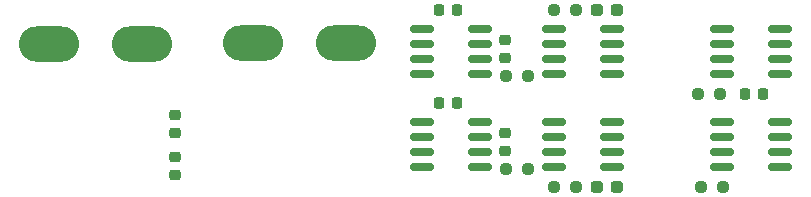
<source format=gtp>
G04 #@! TF.GenerationSoftware,KiCad,Pcbnew,(6.0.8)*
G04 #@! TF.CreationDate,2022-10-20T16:10:57-05:00*
G04 #@! TF.ProjectId,H-Bridge,482d4272-6964-4676-952e-6b696361645f,rev?*
G04 #@! TF.SameCoordinates,Original*
G04 #@! TF.FileFunction,Paste,Top*
G04 #@! TF.FilePolarity,Positive*
%FSLAX46Y46*%
G04 Gerber Fmt 4.6, Leading zero omitted, Abs format (unit mm)*
G04 Created by KiCad (PCBNEW (6.0.8)) date 2022-10-20 16:10:57*
%MOMM*%
%LPD*%
G01*
G04 APERTURE LIST*
G04 Aperture macros list*
%AMRoundRect*
0 Rectangle with rounded corners*
0 $1 Rounding radius*
0 $2 $3 $4 $5 $6 $7 $8 $9 X,Y pos of 4 corners*
0 Add a 4 corners polygon primitive as box body*
4,1,4,$2,$3,$4,$5,$6,$7,$8,$9,$2,$3,0*
0 Add four circle primitives for the rounded corners*
1,1,$1+$1,$2,$3*
1,1,$1+$1,$4,$5*
1,1,$1+$1,$6,$7*
1,1,$1+$1,$8,$9*
0 Add four rect primitives between the rounded corners*
20,1,$1+$1,$2,$3,$4,$5,0*
20,1,$1+$1,$4,$5,$6,$7,0*
20,1,$1+$1,$6,$7,$8,$9,0*
20,1,$1+$1,$8,$9,$2,$3,0*%
G04 Aperture macros list end*
%ADD10RoundRect,0.237500X-0.250000X-0.237500X0.250000X-0.237500X0.250000X0.237500X-0.250000X0.237500X0*%
%ADD11RoundRect,0.225000X-0.250000X0.225000X-0.250000X-0.225000X0.250000X-0.225000X0.250000X0.225000X0*%
%ADD12RoundRect,0.218750X0.218750X0.256250X-0.218750X0.256250X-0.218750X-0.256250X0.218750X-0.256250X0*%
%ADD13RoundRect,0.237500X-0.287500X-0.237500X0.287500X-0.237500X0.287500X0.237500X-0.287500X0.237500X0*%
%ADD14O,5.100000X3.000000*%
%ADD15RoundRect,0.150000X-0.825000X-0.150000X0.825000X-0.150000X0.825000X0.150000X-0.825000X0.150000X0*%
%ADD16RoundRect,0.225000X-0.225000X-0.250000X0.225000X-0.250000X0.225000X0.250000X-0.225000X0.250000X0*%
%ADD17RoundRect,0.237500X0.250000X0.237500X-0.250000X0.237500X-0.250000X-0.237500X0.250000X-0.237500X0*%
%ADD18RoundRect,0.225000X0.250000X-0.225000X0.250000X0.225000X-0.250000X0.225000X-0.250000X-0.225000X0*%
G04 APERTURE END LIST*
D10*
X98147500Y-76962000D03*
X99972500Y-76962000D03*
D11*
X98044000Y-73901000D03*
X98044000Y-75451000D03*
D10*
X98147500Y-84836000D03*
X99972500Y-84836000D03*
D12*
X94005500Y-79248000D03*
X92430500Y-79248000D03*
D11*
X70104000Y-80264000D03*
X70104000Y-81814000D03*
D13*
X105805000Y-71374000D03*
X107555000Y-71374000D03*
D14*
X76708000Y-74232800D03*
X84582000Y-74232800D03*
D15*
X90997000Y-80899000D03*
X90997000Y-82169000D03*
X90997000Y-83439000D03*
X90997000Y-84709000D03*
X95947000Y-84709000D03*
X95947000Y-83439000D03*
X95947000Y-82169000D03*
X95947000Y-80899000D03*
X90997000Y-73025000D03*
X90997000Y-74295000D03*
X90997000Y-75565000D03*
X90997000Y-76835000D03*
X95947000Y-76835000D03*
X95947000Y-75565000D03*
X95947000Y-74295000D03*
X95947000Y-73025000D03*
X102173000Y-73025000D03*
X102173000Y-74295000D03*
X102173000Y-75565000D03*
X102173000Y-76835000D03*
X107123000Y-76835000D03*
X107123000Y-75565000D03*
X107123000Y-74295000D03*
X107123000Y-73025000D03*
X116397000Y-73025000D03*
X116397000Y-74295000D03*
X116397000Y-75565000D03*
X116397000Y-76835000D03*
X121347000Y-76835000D03*
X121347000Y-75565000D03*
X121347000Y-74295000D03*
X121347000Y-73025000D03*
D10*
X114657500Y-86360000D03*
X116482500Y-86360000D03*
D12*
X94005500Y-71374000D03*
X92430500Y-71374000D03*
D10*
X114403500Y-78486000D03*
X116228500Y-78486000D03*
D11*
X98044000Y-81775000D03*
X98044000Y-83325000D03*
D16*
X118351000Y-78486000D03*
X119901000Y-78486000D03*
D15*
X102173000Y-80899000D03*
X102173000Y-82169000D03*
X102173000Y-83439000D03*
X102173000Y-84709000D03*
X107123000Y-84709000D03*
X107123000Y-83439000D03*
X107123000Y-82169000D03*
X107123000Y-80899000D03*
D17*
X104036500Y-71374000D03*
X102211500Y-71374000D03*
D18*
X70104000Y-85370000D03*
X70104000Y-83820000D03*
D17*
X104036500Y-86360000D03*
X102211500Y-86360000D03*
D13*
X105805000Y-86360000D03*
X107555000Y-86360000D03*
D14*
X59478000Y-74288600D03*
X67352000Y-74288600D03*
D15*
X116397000Y-80899000D03*
X116397000Y-82169000D03*
X116397000Y-83439000D03*
X116397000Y-84709000D03*
X121347000Y-84709000D03*
X121347000Y-83439000D03*
X121347000Y-82169000D03*
X121347000Y-80899000D03*
M02*

</source>
